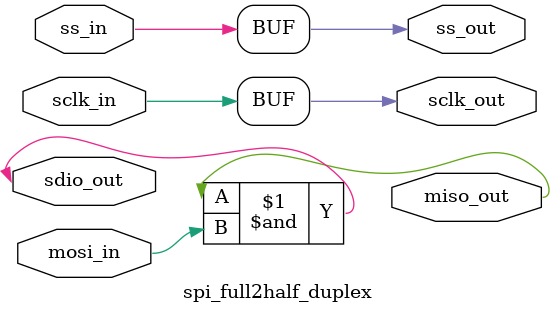
<source format=v>
module spi_full2half_duplex (
    input  wire sclk_in,
    input  wire ss_in,
    input  wire mosi_in,
    output wire miso_out,

    output wire sclk_out,
    output wire ss_out,
    inout  wire sdio_out
);

assign sclk_out = sclk_in;
assign ss_out = ss_in;
assign sdio_out = miso_out & mosi_in;

endmodule
</source>
